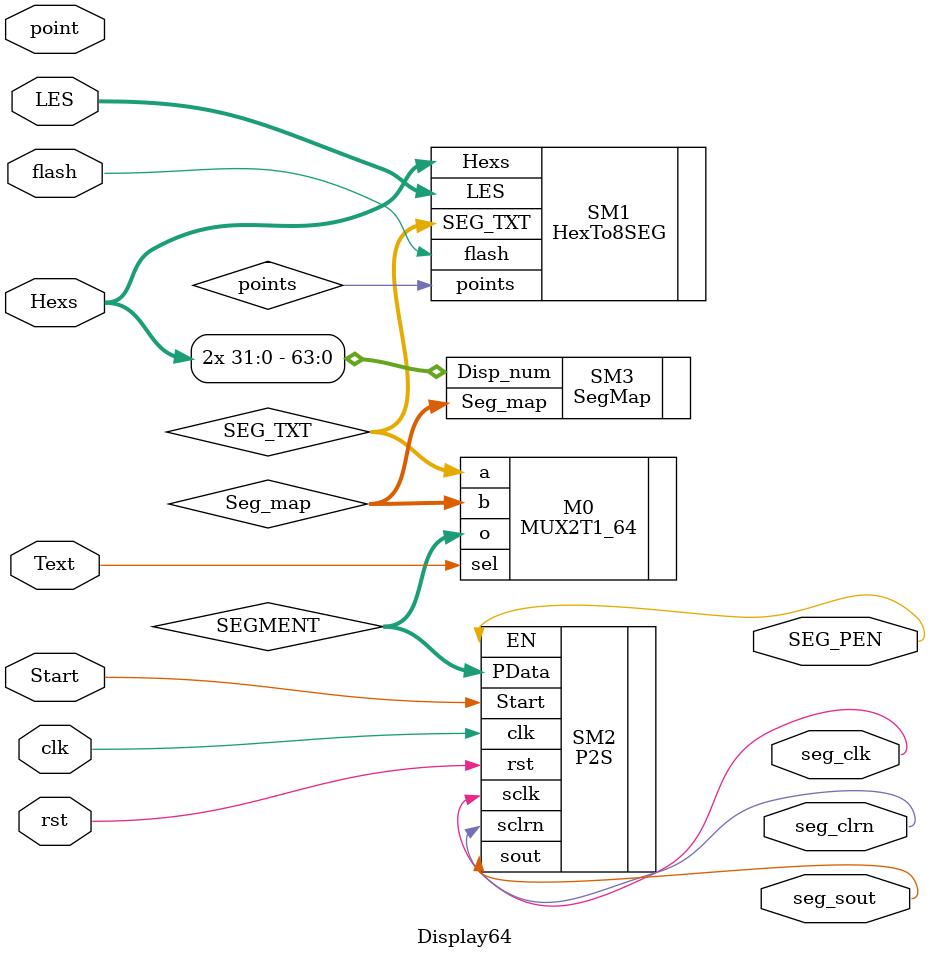
<source format=v>
`timescale 1ns / 1ps
module    Display64(input clk,			//	Ê±ÖÓ
						input rst,			//¸´Î»
						input Start,		//´®ÐÐÉ¨ÃèÆô¶¯
						input Text,			//ÎÄ±¾(16½øÖÆ)/Í¼ÐÍ(µãÕó)ÇÐ»»
						input flash,		//Æß¶ÎÂëÉÁË¸ÆµÂÊ
						input[31:0]Hexs,	//32Î»´ýÏÔÊ¾ÊäÈëÊý¾Ý
						input[7:0]point,	//Æß¶ÎÂëÐ¡Êýµã£º8¸ö
						input[7:0]LES,		//Æß¶ÎÂëÊ¹ÄÜ£º=1Ê±ÉÁË¸
						
						output seg_clk,	//´®ÐÐÒÆÎ»Ê±ÖÓ
						output seg_sout,	//Æß¶ÎÏÔÊ¾Êý¾Ý(´®ÐÐÊä³ö)
						output SEG_PEN,	//Æß¶ÎÂëÏÔÊ¾Ë¢ÐÂÊ¹ÄÜ
						output seg_clrn	//Æß¶ÎÂëÏÔÊ¾ÍôÁã
						);
		wire [63:0]SEG_TXT;
		wire [63:0]SEGMENT;
		wire [63:0]Seg_map;
		
		HexTo8SEG SM1(.flash(flash),
						  .Hexs(Hexs),
						  .points(points),
						  .LES(LES),
						  .SEG_TXT(SEG_TXT)
						  );
		
		P2S SM2(.clk(clk),
				  .rst(rst),
				  .Start(Start),
				  .PData(SEGMENT),
				  .sclk(seg_clk),
				  .sout(seg_sout),
				  .EN(SEG_PEN),
				  .sclrn(seg_clrn)
				  );
		
		SegMap SM3(.Disp_num({Hexs[31:0],Hexs[31:0]}),
					  .Seg_map(Seg_map)
					 );
		
		MUX2T1_64 M0(.sel(Text),
					    .a(SEG_TXT),
						 .b(Seg_map),
						 .o(SEGMENT)
						 );
endmodule

</source>
